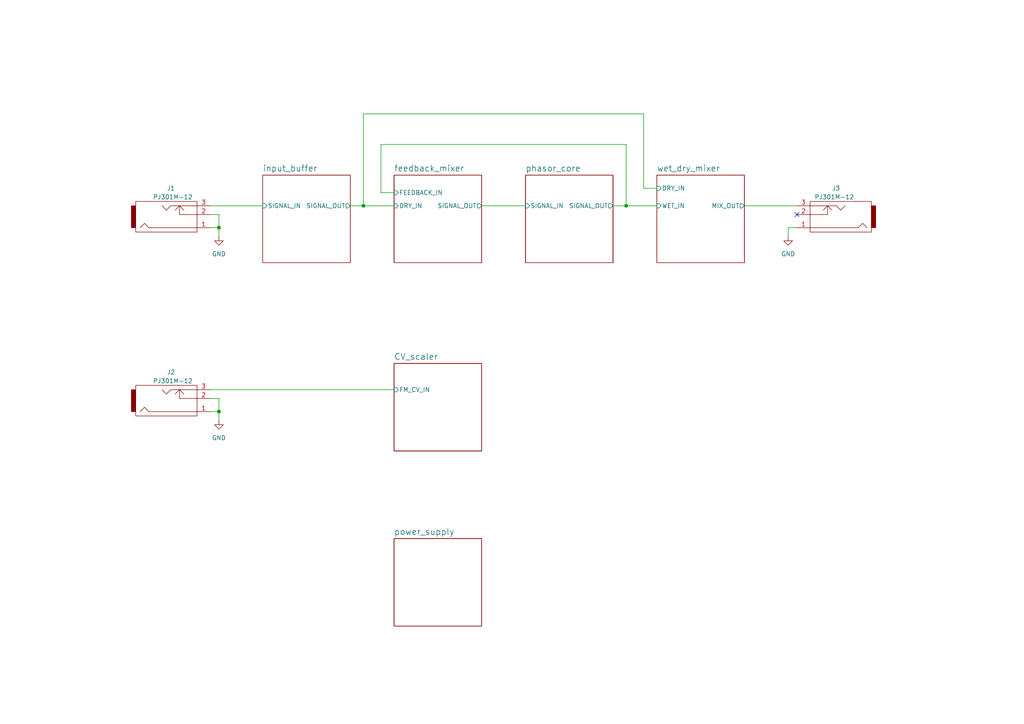
<source format=kicad_sch>
(kicad_sch (version 20211123) (generator eeschema)
  (paper "A4")
  (title_block (title "SSI2140 12-Stage Phase Shifter") (date "2022-10-11") (rev "0") (comment 1 "creativecommons.org/licences/by/4.0") (comment 2 "Licence: CC by 4.0") (comment 3 "Author: Jordan Aceto"))
  (lib_symbols
    (symbol "custom_symbols:PJ301M-12" (pin_names (offset 1.016))
      (property "Reference" "J?" (at 1.27 7.62 0))
      (property "Value" "PJ301M-12" (at 6.35 5.08 0))
      (symbol "PJ301M-12_0_1"
        (rectangle (start -11.43 3.81) (end -10.16 -2.54) (fill (type outline)))
        (polyline (pts (xy 3.81 0) (xy 7.62 0) (xy 7.62 0)))
        (polyline (pts (xy 0 -2.54) (xy -1.27 -1.27) (xy -2.54 -2.54) (xy -2.54 -2.54)))
        (polyline (pts (xy 0 -2.54) (xy 7.62 -2.54) (xy 7.62 -2.54) (xy 7.62 -2.54)))
        (polyline (pts (xy 1.27 -1.27) (xy 2.54 -2.54) (xy 3.81 -1.27) (xy 3.81 -1.27)))
        (polyline (pts (xy 3.81 0) (xy 2.54 0) (xy 2.54 -2.54) (xy 2.54 -2.54)))
        (polyline (pts (xy 7.62 3.81) (xy -6.35 3.81) (xy -7.62 2.54) (xy -8.89 3.81) (xy -8.89 3.81)))
        (rectangle (start 7.62 -3.81) (end -10.16 5.08))
      )
      (symbol "PJ301M-12_1_1"
        (pin passive line (at 11.43 3.81 180) (length 3.81) (name "~") (number "1"))
        (pin passive line (at 11.43 0 180) (length 3.81) (name "~") (number "2"))
        (pin passive line (at 11.43 -2.54 180) (length 3.81) (name "~") (number "3"))
      )
    )
    (symbol "power:GND" (power) (pin_names (offset 0))
      (property "Value" "GND" (at 0 -3.81 0))
      (symbol "GND_0_1"
        (polyline (pts (xy 0 0) (xy 0 -1.27) (xy 1.27 -1.27) (xy 0 -2.54) (xy -1.27 -1.27) (xy 0 -1.27)))
      )
      (symbol "GND_1_1"
        (pin power_in line (at 0 0 270) (length 0) hide (name "GND") (number "1"))
      )
    )
  )
  (junction (at 63.5 66.04))
  (junction (at 181.61 59.69))
  (junction (at 63.5 119.38))
  (junction (at 105.41 59.69))
  (no_connect (at 231.14 62.23))
  (wire (pts (xy 110.49 55.88) (xy 114.3 55.88)))
  (wire (pts (xy 181.61 41.91) (xy 110.49 41.91)))
  (wire (pts (xy 190.5 54.61) (xy 186.69 54.61)))
  (wire (pts (xy 101.6 59.69) (xy 105.41 59.69)))
  (wire (pts (xy 139.7 59.69) (xy 152.4 59.69)))
  (wire (pts (xy 186.69 54.61) (xy 186.69 33.02)))
  (wire (pts (xy 63.5 62.23) (xy 60.96 62.23)))
  (wire (pts (xy 231.14 66.04) (xy 228.6 66.04)))
  (wire (pts (xy 105.41 59.69) (xy 114.3 59.69)))
  (wire (pts (xy 186.69 33.02) (xy 105.41 33.02)))
  (wire (pts (xy 105.41 33.02) (xy 105.41 59.69)))
  (wire (pts (xy 63.5 119.38) (xy 63.5 121.92)))
  (wire (pts (xy 60.96 119.38) (xy 63.5 119.38)))
  (wire (pts (xy 60.96 113.03) (xy 114.3 113.03)))
  (wire (pts (xy 177.8 59.69) (xy 181.61 59.69)))
  (wire (pts (xy 110.49 41.91) (xy 110.49 55.88)))
  (wire (pts (xy 63.5 115.57) (xy 63.5 119.38)))
  (wire (pts (xy 181.61 41.91) (xy 181.61 59.69)))
  (wire (pts (xy 60.96 66.04) (xy 63.5 66.04)))
  (wire (pts (xy 63.5 62.23) (xy 63.5 66.04)))
  (wire (pts (xy 215.9 59.69) (xy 231.14 59.69)))
  (wire (pts (xy 228.6 66.04) (xy 228.6 68.58)))
  (wire (pts (xy 181.61 59.69) (xy 190.5 59.69)))
  (wire (pts (xy 60.96 59.69) (xy 76.2 59.69)))
  (wire (pts (xy 63.5 66.04) (xy 63.5 68.58)))
  (wire (pts (xy 63.5 115.57) (xy 60.96 115.57)))
  (symbol (lib_id "custom_symbols:PJ301M-12") (at 242.57 62.23 180) (unit 1)
    (property "Reference" "J3" (at 241.3 54.61 0) (effects (justify right)))
    (property "Value" "PJ301M-12" (at 236.22 57.15 0) (effects (justify right)))
    (property "Footprint" "custom_footprints:PJ301M-12" (effects hide))
  )
  (symbol (lib_id "power:GND") (at 63.5 121.92 0) (unit 1)
    (property "Reference" "#PWR03" (effects hide))
    (property "Value" "GND" (at 63.5 127 0))
  )
  (symbol (lib_id "custom_symbols:PJ301M-12") (at 49.53 62.23 0) (mirror x) (unit 1)
    (property "Reference" "J1" (at 50.8 54.61 0) (effects (justify right)))
    (property "Value" "PJ301M-12" (at 55.88 57.15 0) (effects (justify right)))
    (property "Footprint" "custom_footprints:PJ301M-12" (effects hide))
  )
  (symbol (lib_id "power:GND") (at 228.6 68.58 0) (mirror y) (unit 1)
    (property "Reference" "#PWR07" (effects hide))
    (property "Value" "GND" (at 228.6 73.66 0))
  )
  (symbol (lib_id "custom_symbols:PJ301M-12") (at 49.53 115.57 0) (mirror x) (unit 1)
    (property "Reference" "J2" (at 50.8 107.95 0) (effects (justify right)))
    (property "Value" "PJ301M-12" (at 55.88 110.49 0) (effects (justify right)))
    (property "Footprint" "custom_footprints:PJ301M-12" (effects hide))
  )
  (symbol (lib_id "power:GND") (at 63.5 68.58 0) (unit 1)
    (property "Reference" "#PWR01" (effects hide))
    (property "Value" "GND" (at 63.5 73.66 0))
  )
  (sheet (at 114.3 105.41) (size 25.4 25.4) (stroke (width 0.1524))
    (property "Sheet name" "CV_scaler" (at 114.3 104.4584 0) (effects (font (size 1.75 1.75)) (justify left bottom)))
    (property "Sheet file" "CV_scalers.kicad_sch" (effects hide))
    (pin "FM_CV_IN" input (at 114.3 113.03 180))
  )
  (sheet (at 152.4 50.8) (size 25.4 25.4) (stroke (width 0.1524))
    (property "Sheet name" "phasor_core" (at 152.4 49.8484 0) (effects (font (size 1.75 1.75)) (justify left bottom)))
    (property "Sheet file" "phasor_core.kicad_sch" (effects hide))
    (pin "SIGNAL_IN" input (at 152.4 59.69 180))
    (pin "SIGNAL_OUT" output (at 177.8 59.69 0))
  )
  (sheet (at 114.3 50.8) (size 25.4 25.4) (stroke (width 0.1524))
    (property "Sheet name" "feedback_mixer" (at 114.3 49.8484 0) (effects (font (size 1.75 1.75)) (justify left bottom)))
    (property "Sheet file" "feedback_mixer.kicad_sch" (effects hide))
    (pin "DRY_IN" input (at 114.3 59.69 180))
    (pin "SIGNAL_OUT" output (at 139.7 59.69 0))
    (pin "FEEDBACK_IN" input (at 114.3 55.88 180))
  )
  (sheet (at 76.2 50.8) (size 25.4 25.4) (stroke (width 0.1524))
    (property "Sheet name" "input_buffer" (at 76.2 49.8484 0) (effects (font (size 1.75 1.75)) (justify left bottom)))
    (property "Sheet file" "input_buffer.kicad_sch" (effects hide))
    (pin "SIGNAL_OUT" output (at 101.6 59.69 0))
    (pin "SIGNAL_IN" input (at 76.2 59.69 180))
  )
  (sheet (at 190.5 50.8) (size 25.4 25.4) (stroke (width 0.1524))
    (property "Sheet name" "wet_dry_mixer" (at 190.5 49.8484 0) (effects (font (size 1.75 1.75)) (justify left bottom)))
    (property "Sheet file" "wet_dry_mixer.kicad_sch" (effects hide))
    (pin "MIX_OUT" output (at 215.9 59.69 0))
    (pin "DRY_IN" input (at 190.5 54.61 180))
    (pin "WET_IN" input (at 190.5 59.69 180))
  )
  (sheet (at 114.3 156.21) (size 25.4 25.4) (stroke (width 0.1524))
    (property "Sheet name" "power_supply" (at 114.3 155.2584 0) (effects (font (size 1.75 1.75)) (justify left bottom)))
    (property "Sheet file" "power_supply.kicad_sch" (effects hide))
  )
)
</source>
